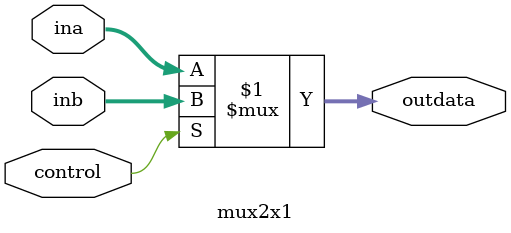
<source format=sv>
module mux2x1
    #(parameter WIDTH=32)
    (input logic [WIDTH-1:0] ina, inb,
    input logic control,
    output logic [WIDTH-1:0] outdata);

    assign outdata = (control)?inb:ina;
endmodule

</source>
